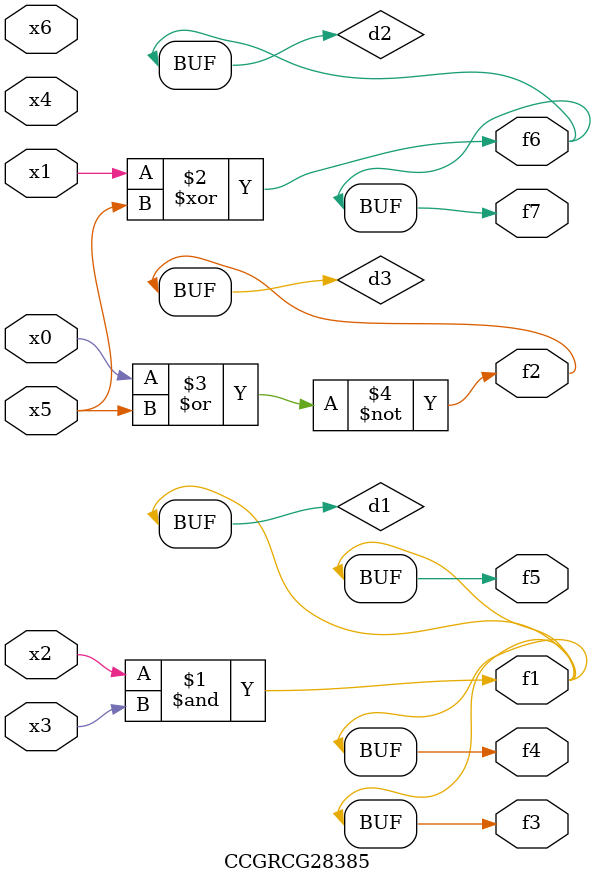
<source format=v>
module CCGRCG28385(
	input x0, x1, x2, x3, x4, x5, x6,
	output f1, f2, f3, f4, f5, f6, f7
);

	wire d1, d2, d3;

	and (d1, x2, x3);
	xor (d2, x1, x5);
	nor (d3, x0, x5);
	assign f1 = d1;
	assign f2 = d3;
	assign f3 = d1;
	assign f4 = d1;
	assign f5 = d1;
	assign f6 = d2;
	assign f7 = d2;
endmodule

</source>
